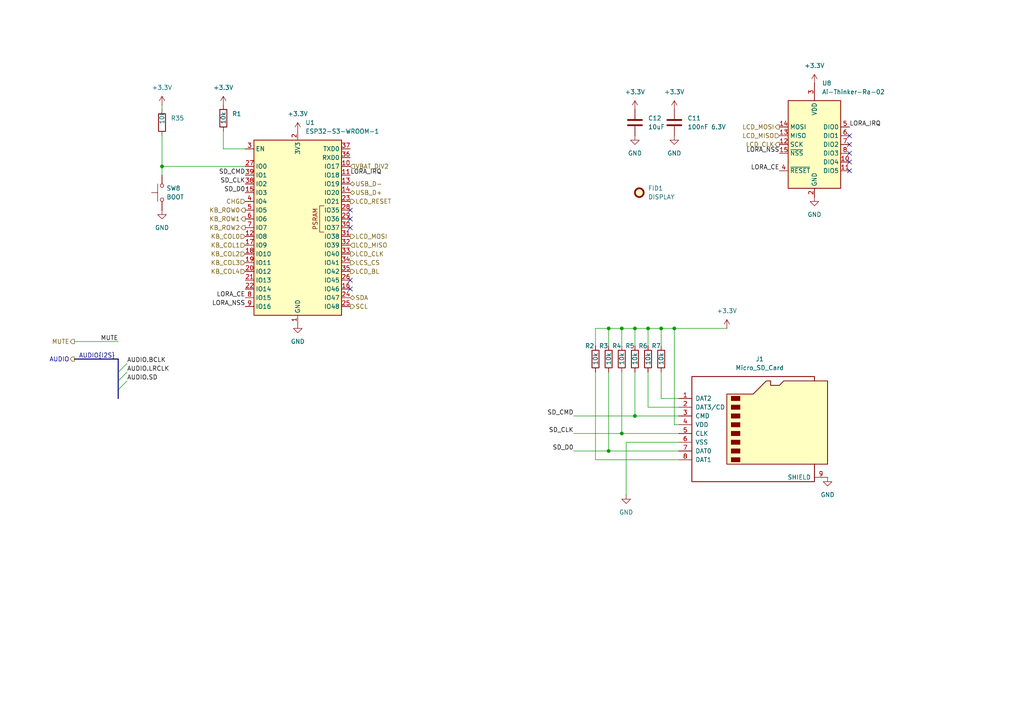
<source format=kicad_sch>
(kicad_sch (version 20231120) (generator "eeschema") (generator_version "8.0")
  (paper "A4")
  (lib_symbols
    (symbol "Connector:Micro_SD_Card" (pin_names (offset 1.016))
      (property "Reference" "J" (at -16.51 15.24 0))
      (property "Value" "Micro_SD_Card" (at 16.51 15.24 0))
      (symbol "Micro_SD_Card_0_1"
        (rectangle (start -7.62 -9.525) (end -5.08 -10.795) (fill (type outline)))
        (rectangle (start -7.62 -6.985) (end -5.08 -8.255) (fill (type outline)))
        (rectangle (start -7.62 -4.445) (end -5.08 -5.715) (fill (type outline)))
        (rectangle (start -7.62 -1.905) (end -5.08 -3.175) (fill (type outline)))
        (rectangle (start -7.62 0.635) (end -5.08 -0.635) (fill (type outline)))
        (rectangle (start -7.62 3.175) (end -5.08 1.905) (fill (type outline)))
        (rectangle (start -7.62 5.715) (end -5.08 4.445) (fill (type outline)))
        (rectangle (start -7.62 8.255) (end -5.08 6.985) (fill (type outline)))
        (polyline (pts (xy 16.51 12.7) (xy 16.51 13.97) (xy -19.05 13.97) (xy -19.05 -16.51) (xy 16.51 -16.51) (xy 16.51 -11.43)) (stroke (width 0.254)))
        (polyline (pts (xy -8.89 -11.43) (xy -8.89 8.89) (xy -1.27 8.89) (xy 2.54 12.7) (xy 3.81 12.7) (xy 3.81 11.43) (xy 6.35 11.43) (xy 7.62 12.7) (xy 20.32 12.7) (xy 20.32 -11.43) (xy -8.89 -11.43)) (stroke (width 0.254)) (fill (type background)))
      )
      (symbol "Micro_SD_Card_1_1"
        (pin bidirectional line (at -22.86 7.62 0) (length 3.81) (name "DAT2") (number "1"))
        (pin bidirectional line (at -22.86 5.08 0) (length 3.81) (name "DAT3/CD") (number "2"))
        (pin input line (at -22.86 2.54 0) (length 3.81) (name "CMD") (number "3"))
        (pin power_in line (at -22.86 0 0) (length 3.81) (name "VDD") (number "4"))
        (pin input line (at -22.86 -2.54 0) (length 3.81) (name "CLK") (number "5"))
        (pin power_in line (at -22.86 -5.08 0) (length 3.81) (name "VSS") (number "6"))
        (pin bidirectional line (at -22.86 -7.62 0) (length 3.81) (name "DAT0") (number "7"))
        (pin bidirectional line (at -22.86 -10.16 0) (length 3.81) (name "DAT1") (number "8"))
        (pin passive line (at 20.32 -15.24 180) (length 3.81) (name "SHIELD") (number "9"))
      )
    )
    (symbol "Device:C" (pin_numbers hide) (pin_names (offset 0.254))
      (property "Reference" "C" (at 0.635 2.54 0))
      (property "Value" "C" (at 0.635 -2.54 0))
      (symbol "C_0_1"
        (polyline (pts (xy -2.032 -0.762) (xy 2.032 -0.762)) (stroke (width 0.508)))
        (polyline (pts (xy -2.032 0.762) (xy 2.032 0.762)) (stroke (width 0.508)))
      )
      (symbol "C_1_1"
        (pin passive line (at 0 3.81 270) (length 2.794) (name "~") (number "1"))
        (pin passive line (at 0 -3.81 90) (length 2.794) (name "~") (number "2"))
      )
    )
    (symbol "Device:R" (pin_numbers hide) (pin_names (offset 0))
      (property "Reference" "R" (at 2.032 0 90))
      (property "Value" "R" (at 0 0 90))
      (symbol "R_0_1"
        (rectangle (start -1.016 -2.54) (end 1.016 2.54) (stroke (width 0.254)))
      )
      (symbol "R_1_1"
        (pin passive line (at 0 3.81 270) (length 1.27) (name "~") (number "1"))
        (pin passive line (at 0 -3.81 90) (length 1.27) (name "~") (number "2"))
      )
    )
    (symbol "Mechanical:Fiducial" (exclude_from_sim yes) (in_bom no)
      (property "Reference" "FID" (at 0 5.08 0))
      (property "Value" "Fiducial" (at 0 3.175 0))
      (symbol "Fiducial_0_1"
        (circle (center 0 0) (radius 1.27) (stroke (width 0.508)) (fill (type background)))
      )
    )
    (symbol "RF_Module:Ai-Thinker-Ra-02"
      (property "Reference" "U" (at 2.54 19.05 0))
      (property "Value" "Ai-Thinker-Ra-02" (at 13.97 -15.24 0))
      (symbol "Ai-Thinker-Ra-02_0_1"
        (rectangle (start -7.62 12.7) (end 7.62 -12.7) (stroke (width 0.254)) (fill (type background)))
      )
      (symbol "Ai-Thinker-Ra-02_1_1"
        (pin passive line (at 0 -15.24 90) (length 2.54) hide (name "GND") (number "1"))
        (pin bidirectional line (at 10.16 -5.08 180) (length 2.54) (name "DIO4") (number "10"))
        (pin bidirectional line (at 10.16 -7.62 180) (length 2.54) (name "DIO5") (number "11"))
        (pin input line (at -10.16 0 0) (length 2.54) (name "SCK") (number "12"))
        (pin output line (at -10.16 2.54 0) (length 2.54) (name "MISO") (number "13"))
        (pin input line (at -10.16 5.08 0) (length 2.54) (name "MOSI") (number "14"))
        (pin input line (at -10.16 -2.54 0) (length 2.54) (name "~{NSS}") (number "15"))
        (pin passive line (at 0 -15.24 90) (length 2.54) hide (name "GND") (number "16"))
        (pin power_in line (at 0 -15.24 90) (length 2.54) (name "GND") (number "2"))
        (pin power_in line (at 0 17.78 270) (length 5.08) (name "VDD") (number "3"))
        (pin input line (at -10.16 -7.62 0) (length 2.54) (name "~{RESET}") (number "4"))
        (pin bidirectional line (at 10.16 5.08 180) (length 2.54) (name "DIO0") (number "5"))
        (pin bidirectional line (at 10.16 2.54 180) (length 2.54) (name "DIO1") (number "6"))
        (pin bidirectional line (at 10.16 0 180) (length 2.54) (name "DIO2") (number "7"))
        (pin bidirectional line (at 10.16 -2.54 180) (length 2.54) (name "DIO3") (number "8"))
        (pin passive line (at 0 -15.24 90) (length 2.54) hide (name "GND") (number "9"))
      )
    )
    (symbol "RF_Module:ESP32-S3-WROOM-1"
      (property "Reference" "U" (at -12.7 26.67 0))
      (property "Value" "ESP32-S3-WROOM-1" (at 12.7 26.67 0))
      (symbol "ESP32-S3-WROOM-1_0_0"
        (rectangle (start -12.7 25.4) (end 12.7 -25.4) (stroke (width 0.254)) (fill (type background)))
        (text "PSRAM" (at 5.08 2.54 900) (effects (font (size 1.27 1.27))))
      )
      (symbol "ESP32-S3-WROOM-1_0_1"
        (polyline (pts (xy 7.62 -1.27) (xy 6.35 -1.27) (xy 6.35 6.35) (xy 7.62 6.35)))
      )
      (symbol "ESP32-S3-WROOM-1_1_1"
        (pin power_in line (at 0 -27.94 90) (length 2.54) (name "GND") (number "1"))
        (pin bidirectional line (at 15.24 17.78 180) (length 2.54) (name "IO17") (number "10"))
        (pin bidirectional line (at 15.24 15.24 180) (length 2.54) (name "IO18") (number "11"))
        (pin bidirectional line (at -15.24 -2.54 0) (length 2.54) (name "IO8") (number "12"))
        (pin bidirectional line (at 15.24 12.7 180) (length 2.54) (name "IO19") (number "13"))
        (pin bidirectional line (at 15.24 10.16 180) (length 2.54) (name "IO20") (number "14"))
        (pin bidirectional line (at -15.24 10.16 0) (length 2.54) (name "IO3") (number "15"))
        (pin bidirectional line (at 15.24 -17.78 180) (length 2.54) (name "IO46") (number "16"))
        (pin bidirectional line (at -15.24 -5.08 0) (length 2.54) (name "IO9") (number "17"))
        (pin bidirectional line (at -15.24 -7.62 0) (length 2.54) (name "IO10") (number "18"))
        (pin bidirectional line (at -15.24 -10.16 0) (length 2.54) (name "IO11") (number "19"))
        (pin power_in line (at 0 27.94 270) (length 2.54) (name "3V3") (number "2"))
        (pin bidirectional line (at -15.24 -12.7 0) (length 2.54) (name "IO12") (number "20"))
        (pin bidirectional line (at -15.24 -15.24 0) (length 2.54) (name "IO13") (number "21"))
        (pin bidirectional line (at -15.24 -17.78 0) (length 2.54) (name "IO14") (number "22"))
        (pin bidirectional line (at 15.24 7.62 180) (length 2.54) (name "IO21") (number "23"))
        (pin bidirectional line (at 15.24 -20.32 180) (length 2.54) (name "IO47") (number "24"))
        (pin bidirectional line (at 15.24 -22.86 180) (length 2.54) (name "IO48") (number "25"))
        (pin bidirectional line (at 15.24 -15.24 180) (length 2.54) (name "IO45") (number "26"))
        (pin bidirectional line (at -15.24 17.78 0) (length 2.54) (name "IO0") (number "27"))
        (pin bidirectional line (at 15.24 5.08 180) (length 2.54) (name "IO35") (number "28"))
        (pin bidirectional line (at 15.24 2.54 180) (length 2.54) (name "IO36") (number "29"))
        (pin input line (at -15.24 22.86 0) (length 2.54) (name "EN") (number "3"))
        (pin bidirectional line (at 15.24 0 180) (length 2.54) (name "IO37") (number "30"))
        (pin bidirectional line (at 15.24 -2.54 180) (length 2.54) (name "IO38") (number "31"))
        (pin bidirectional line (at 15.24 -5.08 180) (length 2.54) (name "IO39") (number "32"))
        (pin bidirectional line (at 15.24 -7.62 180) (length 2.54) (name "IO40") (number "33"))
        (pin bidirectional line (at 15.24 -10.16 180) (length 2.54) (name "IO41") (number "34"))
        (pin bidirectional line (at 15.24 -12.7 180) (length 2.54) (name "IO42") (number "35"))
        (pin bidirectional line (at 15.24 20.32 180) (length 2.54) (name "RXD0") (number "36"))
        (pin bidirectional line (at 15.24 22.86 180) (length 2.54) (name "TXD0") (number "37"))
        (pin bidirectional line (at -15.24 12.7 0) (length 2.54) (name "IO2") (number "38"))
        (pin bidirectional line (at -15.24 15.24 0) (length 2.54) (name "IO1") (number "39"))
        (pin bidirectional line (at -15.24 7.62 0) (length 2.54) (name "IO4") (number "4"))
        (pin passive line (at 0 -27.94 90) (length 2.54) hide (name "GND") (number "40"))
        (pin passive line (at 0 -27.94 90) (length 2.54) hide (name "GND") (number "41"))
        (pin bidirectional line (at -15.24 5.08 0) (length 2.54) (name "IO5") (number "5"))
        (pin bidirectional line (at -15.24 2.54 0) (length 2.54) (name "IO6") (number "6"))
        (pin bidirectional line (at -15.24 0 0) (length 2.54) (name "IO7") (number "7"))
        (pin bidirectional line (at -15.24 -20.32 0) (length 2.54) (name "IO15") (number "8"))
        (pin bidirectional line (at -15.24 -22.86 0) (length 2.54) (name "IO16") (number "9"))
      )
    )
    (symbol "Switch:SW_Push" (pin_numbers hide) (pin_names (offset 1.016) hide)
      (property "Reference" "SW" (at 1.27 2.54 0))
      (property "Value" "SW_Push" (at 0 -1.524 0))
      (symbol "SW_Push_0_1"
        (circle (center -2.032 0) (radius 0.508))
        (polyline (pts (xy 0 1.27) (xy 0 3.048)))
        (polyline (pts (xy 2.54 1.27) (xy -2.54 1.27)))
        (circle (center 2.032 0) (radius 0.508))
        (pin passive line (at -5.08 0 0) (length 2.54) (name "1") (number "1"))
        (pin passive line (at 5.08 0 180) (length 2.54) (name "2") (number "2"))
      )
    )
    (symbol "power:+3.3V" (power) (pin_numbers hide) (pin_names (offset 0) hide)
      (property "Value" "+3.3V" (at 0 3.556 0))
      (symbol "+3.3V_0_1"
        (polyline (pts (xy -0.762 1.27) (xy 0 2.54)))
        (polyline (pts (xy 0 0) (xy 0 2.54)))
        (polyline (pts (xy 0 2.54) (xy 0.762 1.27)))
      )
      (symbol "+3.3V_1_1"
        (pin power_in line (at 0 0 90) (length 0) (name "~") (number "1"))
      )
    )
    (symbol "power:GND" (power) (pin_numbers hide) (pin_names (offset 0) hide)
      (property "Value" "GND" (at 0 -3.81 0))
      (symbol "GND_0_1"
        (polyline (pts (xy 0 0) (xy 0 -1.27) (xy 1.27 -1.27) (xy 0 -2.54) (xy -1.27 -1.27) (xy 0 -1.27)))
      )
      (symbol "GND_1_1"
        (pin power_in line (at 0 0 270) (length 0) (name "~") (number "1"))
      )
    )
  )
  (junction (at 187.96 95.25))
  (junction (at 191.77 95.25))
  (junction (at 180.34 125.73))
  (junction (at 195.58 95.25))
  (junction (at 176.53 95.25))
  (junction (at 180.34 95.25))
  (junction (at 184.15 95.25))
  (junction (at 46.99 48.26))
  (junction (at 176.53 130.81))
  (junction (at 184.15 120.65))
  (no_connect (at 246.38 44.45))
  (no_connect (at 101.6 83.82))
  (no_connect (at 101.6 66.04))
  (no_connect (at 246.38 41.91))
  (no_connect (at 246.38 46.99))
  (no_connect (at 101.6 81.28))
  (no_connect (at 246.38 39.37))
  (no_connect (at 101.6 63.5))
  (no_connect (at 101.6 60.96))
  (no_connect (at 246.38 49.53))
  (bus_entry (at 34.29 110.49) (size 2.54 -2.54))
  (bus_entry (at 34.29 107.95) (size 2.54 -2.54))
  (bus_entry (at 34.29 113.03) (size 2.54 -2.54))
  (wire (pts (xy 176.53 95.25) (xy 180.34 95.25)))
  (wire (pts (xy 166.37 120.65) (xy 184.15 120.65)))
  (bus (pts (xy 34.29 113.03) (xy 34.29 115.57)))
  (wire (pts (xy 196.85 128.27) (xy 181.61 128.27)))
  (wire (pts (xy 46.99 30.48) (xy 46.99 31.75)))
  (wire (pts (xy 180.34 107.95) (xy 180.34 125.73)))
  (wire (pts (xy 180.34 100.33) (xy 180.34 95.25)))
  (wire (pts (xy 195.58 95.25) (xy 210.82 95.25)))
  (wire (pts (xy 176.53 95.25) (xy 176.53 100.33)))
  (wire (pts (xy 187.96 95.25) (xy 187.96 100.33)))
  (wire (pts (xy 184.15 95.25) (xy 184.15 100.33)))
  (wire (pts (xy 196.85 115.57) (xy 191.77 115.57)))
  (bus (pts (xy 21.59 104.14) (xy 34.29 104.14)))
  (wire (pts (xy 166.37 130.81) (xy 176.53 130.81)))
  (wire (pts (xy 187.96 118.11) (xy 187.96 107.95)))
  (wire (pts (xy 181.61 128.27) (xy 181.61 143.51)))
  (wire (pts (xy 176.53 130.81) (xy 196.85 130.81)))
  (bus (pts (xy 34.29 110.49) (xy 34.29 113.03)))
  (wire (pts (xy 191.77 115.57) (xy 191.77 107.95)))
  (wire (pts (xy 184.15 107.95) (xy 184.15 120.65)))
  (wire (pts (xy 21.59 99.06) (xy 34.29 99.06)))
  (wire (pts (xy 166.37 125.73) (xy 180.34 125.73)))
  (wire (pts (xy 180.34 95.25) (xy 184.15 95.25)))
  (wire (pts (xy 71.12 43.18) (xy 64.77 43.18)))
  (wire (pts (xy 184.15 95.25) (xy 187.96 95.25)))
  (wire (pts (xy 180.34 125.73) (xy 196.85 125.73)))
  (wire (pts (xy 196.85 123.19) (xy 195.58 123.19)))
  (wire (pts (xy 172.72 100.33) (xy 172.72 95.25)))
  (wire (pts (xy 172.72 95.25) (xy 176.53 95.25)))
  (wire (pts (xy 196.85 118.11) (xy 187.96 118.11)))
  (wire (pts (xy 191.77 95.25) (xy 191.77 100.33)))
  (wire (pts (xy 46.99 48.26) (xy 71.12 48.26)))
  (wire (pts (xy 46.99 50.8) (xy 46.99 48.26)))
  (wire (pts (xy 191.77 95.25) (xy 195.58 95.25)))
  (wire (pts (xy 195.58 123.19) (xy 195.58 95.25)))
  (wire (pts (xy 64.77 43.18) (xy 64.77 38.1)))
  (bus (pts (xy 34.29 104.14) (xy 34.29 107.95)))
  (wire (pts (xy 196.85 133.35) (xy 172.72 133.35)))
  (bus (pts (xy 34.29 107.95) (xy 34.29 110.49)))
  (wire (pts (xy 187.96 95.25) (xy 191.77 95.25)))
  (wire (pts (xy 184.15 120.65) (xy 196.85 120.65)))
  (wire (pts (xy 46.99 39.37) (xy 46.99 48.26)))
  (wire (pts (xy 172.72 133.35) (xy 172.72 107.95)))
  (wire (pts (xy 176.53 107.95) (xy 176.53 130.81)))
  (label "MUTE" (at 34.29 99.06 180))
  (label "AUDIO.BCLK" (at 36.83 105.41 0))
  (label "AUDIO.SD" (at 36.83 110.49 0))
  (label "AUDIO{I2S}" (at 22.86 104.14 0))
  (label "LORA_CE" (at 226.06 49.53 180))
  (label "SD_CLK" (at 71.12 53.34 180))
  (label "SD_CMD" (at 166.37 120.65 180))
  (label "SD_CMD" (at 71.12 50.8 180))
  (label "SD_D0" (at 166.37 130.81 180))
  (label "LORA_NSS" (at 71.12 88.9 180))
  (label "SD_CLK" (at 166.37 125.73 180))
  (label "AUDIO.LRCLK" (at 36.83 107.95 0))
  (label "LORA_IRQ" (at 246.38 36.83 0))
  (label "LORA_NSS" (at 226.06 44.45 180))
  (label "LORA_IRQ" (at 101.6 50.8 0))
  (label "LORA_CE" (at 71.12 86.36 180))
  (label "SD_D0" (at 71.12 55.88 180))
  (hierarchical_label "KB_COL1" (shape input) (at 71.12 71.12 180))
  (hierarchical_label "KB_ROW1" (shape output) (at 71.12 63.5 180))
  (hierarchical_label "LCD_BL" (shape output) (at 101.6 78.74 0))
  (hierarchical_label "KB_COL0" (shape input) (at 71.12 68.58 180))
  (hierarchical_label "MUTE" (shape output) (at 21.59 99.06 180))
  (hierarchical_label "LCD_MISO" (shape input) (at 226.06 39.37 180))
  (hierarchical_label "SCL" (shape output) (at 101.6 88.9 0))
  (hierarchical_label "CHG" (shape input) (at 71.12 58.42 180))
  (hierarchical_label "LCD_MOSI" (shape output) (at 101.6 68.58 0))
  (hierarchical_label "LCD_CLK" (shape output) (at 101.6 73.66 0))
  (hierarchical_label "LCD_MOSI" (shape output) (at 226.06 36.83 180))
  (hierarchical_label "KB_ROW0" (shape output) (at 71.12 60.96 180))
  (hierarchical_label "LCD_MISO" (shape input) (at 101.6 71.12 0))
  (hierarchical_label "LCS_CS" (shape output) (at 101.6 76.2 0))
  (hierarchical_label "KB_COL4" (shape input) (at 71.12 78.74 180))
  (hierarchical_label "KB_ROW2" (shape output) (at 71.12 66.04 180))
  (hierarchical_label "AUDIO" (shape output) (at 21.59 104.14 180))
  (hierarchical_label "LCD_RESET" (shape output) (at 101.6 58.42 0))
  (hierarchical_label "KB_COL3" (shape input) (at 71.12 76.2 180))
  (hierarchical_label "KB_COL2" (shape input) (at 71.12 73.66 180))
  (hierarchical_label "SDA" (shape bidirectional) (at 101.6 86.36 0))
  (hierarchical_label "USB_D+" (shape bidirectional) (at 101.6 55.88 0))
  (hierarchical_label "USB_D-" (shape bidirectional) (at 101.6 53.34 0))
  (hierarchical_label "LCD_CLK" (shape output) (at 226.06 41.91 180))
  (hierarchical_label "VBAT_DIV2" (shape input) (at 101.6 48.26 0))
  (symbol (lib_id "Device:R") (at 172.72 104.14 0) (unit 1)
    (property "Reference" "R2" (at 169.672 100.33 0) (effects (justify left)))
    (property "Value" "10k" (at 172.72 105.918 90) (effects (justify left)))
    (property "Footprint" "Resistor_SMD:R_0603_1608Metric" (effects (hide yes)))
    (property "Description" "Resistor" (effects (hide yes)))
    (property "LCSC" "TODO" (effects (hide yes)))
  )
  (symbol (lib_id "power:GND") (at 184.15 39.37 0) (unit 1)
    (property "Reference" "#PWR083" (effects (hide yes)))
    (property "Value" "GND" (at 184.15 44.45 0))
    (property "Description" "Power symbol creates a global label with name \"GND\" , ground" (effects (hide yes)))
  )
  (symbol (lib_id "power:GND") (at 240.03 138.43 0) (unit 1)
    (property "Reference" "#PWR06" (effects (hide yes)))
    (property "Value" "GND" (at 240.03 143.51 0))
    (property "Description" "Power symbol creates a global label with name \"GND\" , ground" (effects (hide yes)))
  )
  (symbol (lib_id "power:GND") (at 195.58 39.37 0) (unit 1)
    (property "Reference" "#PWR082" (effects (hide yes)))
    (property "Value" "GND" (at 195.58 44.45 0))
    (property "Description" "Power symbol creates a global label with name \"GND\" , ground" (effects (hide yes)))
  )
  (symbol (lib_id "RF_Module:Ai-Thinker-Ra-02") (at 236.22 41.91 0) (unit 1)
    (property "Reference" "U8" (at 238.4141 24.13 0) (effects (justify left)))
    (property "Value" "Ai-Thinker-Ra-02" (at 238.4141 26.67 0) (effects (justify left)))
    (property "Footprint" "RF_Module:Ai-Thinker-Ra-01-LoRa" (effects (hide yes)))
    (property "Datasheet" "http://wiki.ai-thinker.com/_media/lora/docs/c048ps01a1_ra-02_product_specification_v1.1.pdf" (effects (hide yes)))
    (property "Description" "Ai-Thinker Ra-02 410-525 MHz LoRa Module, SPI interface, U.FL antenna connector" (effects (hide yes)))
    (property "LCSC" "C90039" (effects (hide yes)))
  )
  (symbol (lib_id "power:+3.3V") (at 86.36 38.1 0) (unit 1)
    (property "Reference" "#PWR02" (effects (hide yes)))
    (property "Value" "+3.3V" (at 86.36 33.02 0))
    (property "Description" "Power symbol creates a global label with name \"+3.3V\"" (effects (hide yes)))
  )
  (symbol (lib_id "Mechanical:Fiducial") (at 185.42 55.88 0) (unit 1) (exclude_from_sim yes) (in_bom no)
    (property "Reference" "FID1" (at 187.96 54.6099 0) (effects (justify left)))
    (property "Value" "DISPLAY" (at 187.96 57.1499 0) (effects (justify left)))
    (property "Footprint" "lib:display" (effects (hide yes)))
    (property "Description" "Fiducial Marker" (effects (hide yes)))
  )
  (symbol (lib_id "Device:R") (at 176.53 104.14 0) (unit 1)
    (property "Reference" "R3" (at 173.736 100.33 0) (effects (justify left)))
    (property "Value" "10k" (at 176.53 105.918 90) (effects (justify left)))
    (property "Footprint" "Resistor_SMD:R_0603_1608Metric" (effects (hide yes)))
    (property "Description" "Resistor" (effects (hide yes)))
  )
  (symbol (lib_id "power:GND") (at 181.61 143.51 0) (unit 1)
    (property "Reference" "#PWR04" (effects (hide yes)))
    (property "Value" "GND" (at 181.61 148.59 0))
    (property "Description" "Power symbol creates a global label with name \"GND\" , ground" (effects (hide yes)))
  )
  (symbol (lib_id "power:+3.3V") (at 195.58 31.75 0) (unit 1)
    (property "Reference" "#PWR081" (effects (hide yes)))
    (property "Value" "+3.3V" (at 195.58 26.67 0))
    (property "Description" "Power symbol creates a global label with name \"+3.3V\"" (effects (hide yes)))
  )
  (symbol (lib_id "RF_Module:ESP32-S3-WROOM-1") (at 86.36 66.04 0) (unit 1)
    (property "Reference" "U1" (at 88.5541 35.56 0) (effects (justify left)))
    (property "Value" "ESP32-S3-WROOM-1" (at 88.5541 38.1 0) (effects (justify left)))
    (property "Footprint" "RF_Module:ESP32-S3-WROOM-1" (effects (hide yes)))
    (property "Datasheet" "https://www.espressif.com/sites/default/files/documentation/esp32-s3-wroom-1_wroom-1u_datasheet_en.pdf" (effects (hide yes)))
    (property "Description" "RF Module, ESP32-S3 SoC, Wi-Fi 802.11b/g/n, Bluetooth, BLE, 32-bit, 3.3V, onboard antenna, SMD" (effects (hide yes)))
  )
  (symbol (lib_id "power:+3.3V") (at 46.99 30.48 0) (unit 1)
    (property "Reference" "#PWR085" (effects (hide yes)))
    (property "Value" "+3.3V" (at 46.99 25.4 0))
    (property "Description" "Power symbol creates a global label with name \"+3.3V\"" (effects (hide yes)))
  )
  (symbol (lib_id "Device:R") (at 191.77 104.14 0) (unit 1)
    (property "Reference" "R7" (at 188.976 100.33 0) (effects (justify left)))
    (property "Value" "10k" (at 191.77 105.918 90) (effects (justify left)))
    (property "Footprint" "Resistor_SMD:R_0603_1608Metric" (effects (hide yes)))
    (property "Description" "Resistor" (effects (hide yes)))
  )
  (symbol (lib_id "Device:R") (at 64.77 34.29 0) (unit 1)
    (property "Reference" "R1" (at 67.31 33.0199 0) (effects (justify left)))
    (property "Value" "10k" (at 64.77 36.068 90) (effects (justify left)))
    (property "Footprint" "Resistor_SMD:R_0603_1608Metric" (effects (hide yes)))
    (property "Description" "Resistor" (effects (hide yes)))
  )
  (symbol (lib_id "Device:R") (at 187.96 104.14 0) (unit 1)
    (property "Reference" "R6" (at 185.166 100.33 0) (effects (justify left)))
    (property "Value" "10k" (at 187.96 105.918 90) (effects (justify left)))
    (property "Footprint" "Resistor_SMD:R_0603_1608Metric" (effects (hide yes)))
    (property "Description" "Resistor" (effects (hide yes)))
  )
  (symbol (lib_id "Device:C") (at 195.58 35.56 0) (unit 1)
    (property "Reference" "C11" (at 199.39 34.2899 0) (effects (justify left)))
    (property "Value" "100nF 6.3V" (at 199.39 36.8299 0) (effects (justify left)))
    (property "Footprint" "Capacitor_SMD:C_0402_1005Metric" (effects (hide yes)))
    (property "Description" "Unpolarized capacitor" (effects (hide yes)))
    (property "LCSC" "C1525" (effects (hide yes)))
  )
  (symbol (lib_id "Device:R") (at 180.34 104.14 0) (unit 1)
    (property "Reference" "R4" (at 177.546 100.33 0) (effects (justify left)))
    (property "Value" "10k" (at 180.34 105.918 90) (effects (justify left)))
    (property "Footprint" "Resistor_SMD:R_0603_1608Metric" (effects (hide yes)))
    (property "Description" "Resistor" (effects (hide yes)))
  )
  (symbol (lib_id "Switch:SW_Push") (at 46.99 55.88 90) (unit 1)
    (property "Reference" "SW8" (at 48.26 54.6099 90) (effects (justify right)))
    (property "Value" "BOOT" (at 48.26 57.1499 90) (effects (justify right)))
    (property "Footprint" "lib:bottonepiccolo_C2888430" (effects (hide yes)))
    (property "Description" "Push button switch, generic, two pins" (effects (hide yes)))
  )
  (symbol (lib_id "Connector:Micro_SD_Card") (at 219.71 123.19 0) (unit 1)
    (property "Reference" "J1" (at 220.345 104.14 0))
    (property "Value" "Micro_SD_Card" (at 220.345 106.68 0))
    (property "Footprint" "Connector_Card:microSD_HC_Hirose_DM3D-SF" (effects (hide yes)))
    (property "Datasheet" "http://katalog.we-online.de/em/datasheet/693072010801.pdf" (effects (hide yes)))
    (property "Description" "Micro SD Card Socket" (effects (hide yes)))
  )
  (symbol (lib_id "power:+3.3V") (at 64.77 30.48 0) (unit 1)
    (property "Reference" "#PWR01" (effects (hide yes)))
    (property "Value" "+3.3V" (at 64.77 25.4 0))
    (property "Description" "Power symbol creates a global label with name \"+3.3V\"" (effects (hide yes)))
  )
  (symbol (lib_id "power:GND") (at 46.99 60.96 0) (unit 1)
    (property "Reference" "#PWR086" (effects (hide yes)))
    (property "Value" "GND" (at 46.99 66.04 0))
    (property "Description" "Power symbol creates a global label with name \"GND\" , ground" (effects (hide yes)))
  )
  (symbol (lib_id "Device:R") (at 184.15 104.14 0) (unit 1)
    (property "Reference" "R5" (at 181.356 100.33 0) (effects (justify left)))
    (property "Value" "10k" (at 184.15 105.918 90) (effects (justify left)))
    (property "Footprint" "Resistor_SMD:R_0603_1608Metric" (effects (hide yes)))
    (property "Description" "Resistor" (effects (hide yes)))
  )
  (symbol (lib_id "power:+3.3V") (at 184.15 31.75 0) (unit 1)
    (property "Reference" "#PWR084" (effects (hide yes)))
    (property "Value" "+3.3V" (at 184.15 26.67 0))
    (property "Description" "Power symbol creates a global label with name \"+3.3V\"" (effects (hide yes)))
  )
  (symbol (lib_id "power:GND") (at 236.22 57.15 0) (unit 1)
    (property "Reference" "#PWR080" (effects (hide yes)))
    (property "Value" "GND" (at 236.22 62.23 0))
    (property "Description" "Power symbol creates a global label with name \"GND\" , ground" (effects (hide yes)))
  )
  (symbol (lib_id "power:+3.3V") (at 236.22 24.13 0) (unit 1)
    (property "Reference" "#PWR079" (effects (hide yes)))
    (property "Value" "+3.3V" (at 236.22 19.05 0))
    (property "Description" "Power symbol creates a global label with name \"+3.3V\"" (effects (hide yes)))
  )
  (symbol (lib_id "Device:C") (at 184.15 35.56 0) (unit 1)
    (property "Reference" "C12" (at 187.96 34.2899 0) (effects (justify left)))
    (property "Value" "10uF" (at 187.96 36.8299 0) (effects (justify left)))
    (property "Footprint" "Capacitor_SMD:C_0603_1608Metric" (effects (hide yes)))
    (property "Description" "Unpolarized capacitor" (effects (hide yes)))
  )
  (symbol (lib_id "power:+3.3V") (at 210.82 95.25 0) (unit 1)
    (property "Reference" "#PWR05" (effects (hide yes)))
    (property "Value" "+3.3V" (at 210.82 90.17 0))
    (property "Description" "Power symbol creates a global label with name \"+3.3V\"" (effects (hide yes)))
  )
  (symbol (lib_id "power:GND") (at 86.36 93.98 0) (unit 1)
    (property "Reference" "#PWR03" (effects (hide yes)))
    (property "Value" "GND" (at 86.36 99.06 0))
    (property "Description" "Power symbol creates a global label with name \"GND\" , ground" (effects (hide yes)))
  )
  (symbol (lib_id "Device:R") (at 46.99 35.56 0) (unit 1)
    (property "Reference" "R35" (at 49.53 34.2899 0) (effects (justify left)))
    (property "Value" "10k" (at 46.99 36.068 90) (effects (justify left)))
    (property "Footprint" "Resistor_SMD:R_0603_1608Metric" (effects (hide yes)))
    (property "Description" "Resistor" (effects (hide yes)))
  )
)
</source>
